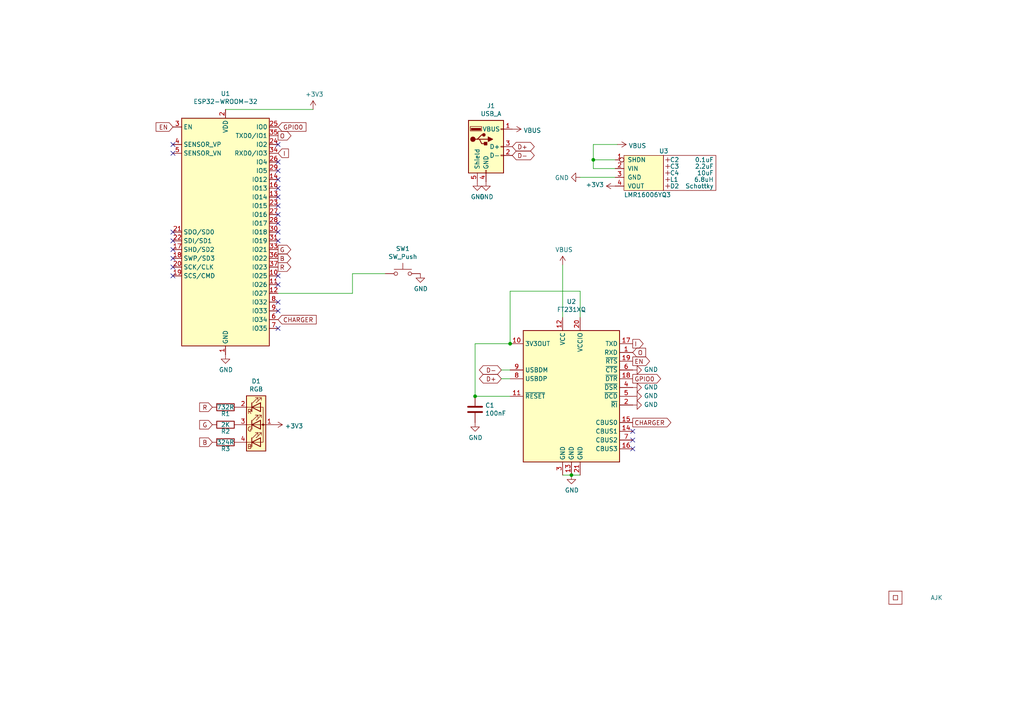
<source format=kicad_sch>
(kicad_sch (version 20211123) (generator eeschema)
  (paper "A4")
  (title_block (title "Generic ESP32 USB-A") (date "${DATE}") (rev "1") (comment 1 "@TheRealRevK") (comment 2 "www.me.uk"))
  (lib_symbols
    (symbol "Connector:USB_A" (pin_names (offset 1.016))
      (property "Reference" "J" (at -5.08 11.43 0))
      (property "Value" "USB_A" (at -5.08 8.89 0))
      (symbol "USB_A_0_1"
        (rectangle (start -5.08 -7.62) (end 5.08 7.62) (stroke (width 0.254)) (fill (type background)))
        (circle (center -3.81 2.159) (radius 0.635) (stroke (width 0.254)) (fill (type outline)))
        (rectangle (start -1.524 4.826) (end -4.318 5.334) (fill (type outline)))
        (rectangle (start -1.27 4.572) (end -4.572 5.842))
        (circle (center -0.635 3.429) (radius 0.381) (stroke (width 0.254)) (fill (type outline)))
        (rectangle (start -0.127 -7.62) (end 0.127 -6.858))
        (polyline (pts (xy -3.175 2.159) (xy -2.54 2.159) (xy -1.27 3.429) (xy -0.635 3.429)) (stroke (width 0.254)))
        (polyline (pts (xy -2.54 2.159) (xy -1.905 2.159) (xy -1.27 0.889) (xy 0 0.889)) (stroke (width 0.254)))
        (polyline (pts (xy 0.635 2.794) (xy 0.635 1.524) (xy 1.905 2.159) (xy 0.635 2.794)) (stroke (width 0.254)) (fill (type outline)))
        (rectangle (start 0.254 1.27) (end -0.508 0.508) (stroke (width 0.254)) (fill (type outline)))
        (rectangle (start 5.08 -2.667) (end 4.318 -2.413))
        (rectangle (start 5.08 -0.127) (end 4.318 0.127))
        (rectangle (start 5.08 4.953) (end 4.318 5.207))
      )
      (symbol "USB_A_1_1"
        (polyline (pts (xy -1.905 2.159) (xy 0.635 2.159)) (stroke (width 0.254)))
        (pin power_in line (at 7.62 5.08 180) (length 2.54) (name "VBUS") (number "1"))
        (pin bidirectional line (at 7.62 -2.54 180) (length 2.54) (name "D-") (number "2"))
        (pin bidirectional line (at 7.62 0 180) (length 2.54) (name "D+") (number "3"))
        (pin power_in line (at 0 -10.16 90) (length 2.54) (name "GND") (number "4"))
        (pin passive line (at -2.54 -10.16 90) (length 2.54) (name "Shield") (number "5"))
      )
    )
    (symbol "Device:C" (pin_numbers hide) (pin_names (offset 0.254))
      (property "Reference" "C" (at 0.635 2.54 0))
      (property "Value" "C" (at 0.635 -2.54 0))
      (symbol "C_0_1"
        (polyline (pts (xy -2.032 -0.762) (xy 2.032 -0.762)) (stroke (width 0.508)))
        (polyline (pts (xy -2.032 0.762) (xy 2.032 0.762)) (stroke (width 0.508)))
      )
      (symbol "C_1_1"
        (pin passive line (at 0 3.81 270) (length 2.794) (name "~") (number "1"))
        (pin passive line (at 0 -3.81 90) (length 2.794) (name "~") (number "2"))
      )
    )
    (symbol "Device:LED_ARGB" (pin_names (offset 0) hide)
      (property "Reference" "D" (at 0 9.398 0))
      (property "Value" "LED_ARGB" (at 0 -8.89 0))
      (symbol "LED_ARGB_0_0"
        (text "B" (at -1.905 -6.35 0) (effects (font (size 1.27 1.27))))
        (text "G" (at -1.905 -1.27 0) (effects (font (size 1.27 1.27))))
        (text "R" (at -1.905 3.81 0) (effects (font (size 1.27 1.27))))
      )
      (symbol "LED_ARGB_0_1"
        (polyline (pts (xy -1.27 -5.08) (xy -2.54 -5.08)))
        (polyline (pts (xy -1.27 -5.08) (xy 1.27 -5.08)))
        (polyline (pts (xy -1.27 -3.81) (xy -1.27 -6.35)) (stroke (width 0.254)))
        (polyline (pts (xy -1.27 0) (xy -2.54 0)))
        (polyline (pts (xy -1.27 1.27) (xy -1.27 -1.27)) (stroke (width 0.254)))
        (polyline (pts (xy -1.27 5.08) (xy -2.54 5.08)))
        (polyline (pts (xy -1.27 5.08) (xy 1.27 5.08)))
        (polyline (pts (xy -1.27 6.35) (xy -1.27 3.81)) (stroke (width 0.254)))
        (polyline (pts (xy 1.27 0) (xy -1.27 0)))
        (polyline (pts (xy 1.27 0) (xy 2.54 0)))
        (polyline (pts (xy -1.27 1.27) (xy -1.27 -1.27) (xy -1.27 -1.27)))
        (polyline (pts (xy -1.27 6.35) (xy -1.27 3.81) (xy -1.27 3.81)))
        (polyline (pts (xy 1.27 -5.08) (xy 2.032 -5.08) (xy 2.032 5.08) (xy 1.27 5.08)))
        (polyline (pts (xy 1.27 -3.81) (xy 1.27 -6.35) (xy -1.27 -5.08) (xy 1.27 -3.81)) (stroke (width 0.254)))
        (polyline (pts (xy 1.27 1.27) (xy 1.27 -1.27) (xy -1.27 0) (xy 1.27 1.27)) (stroke (width 0.254)))
        (polyline (pts (xy 1.27 6.35) (xy 1.27 3.81) (xy -1.27 5.08) (xy 1.27 6.35)) (stroke (width 0.254)))
        (polyline (pts (xy -1.016 -3.81) (xy 0.508 -2.286) (xy -0.254 -2.286) (xy 0.508 -2.286) (xy 0.508 -3.048)))
        (polyline (pts (xy -1.016 1.27) (xy 0.508 2.794) (xy -0.254 2.794) (xy 0.508 2.794) (xy 0.508 2.032)))
        (polyline (pts (xy -1.016 6.35) (xy 0.508 7.874) (xy -0.254 7.874) (xy 0.508 7.874) (xy 0.508 7.112)))
        (polyline (pts (xy 0 -3.81) (xy 1.524 -2.286) (xy 0.762 -2.286) (xy 1.524 -2.286) (xy 1.524 -3.048)))
        (polyline (pts (xy 0 1.27) (xy 1.524 2.794) (xy 0.762 2.794) (xy 1.524 2.794) (xy 1.524 2.032)))
        (polyline (pts (xy 0 6.35) (xy 1.524 7.874) (xy 0.762 7.874) (xy 1.524 7.874) (xy 1.524 7.112)))
        (rectangle (start 1.27 -1.27) (end 1.27 1.27))
        (rectangle (start 1.27 1.27) (end 1.27 1.27))
        (rectangle (start 1.27 3.81) (end 1.27 6.35))
        (rectangle (start 1.27 6.35) (end 1.27 6.35))
        (circle (center 2.032 0) (radius 0.254) (fill (type outline)))
        (rectangle (start 2.794 8.382) (end -2.794 -7.62) (stroke (width 0.254)) (fill (type background)))
      )
      (symbol "LED_ARGB_1_1"
        (pin passive line (at 5.08 0 180) (length 2.54) (name "A") (number "1"))
        (pin passive line (at -5.08 5.08 0) (length 2.54) (name "RK") (number "2"))
        (pin passive line (at -5.08 0 0) (length 2.54) (name "GK") (number "3"))
        (pin passive line (at -5.08 -5.08 0) (length 2.54) (name "BK") (number "4"))
      )
    )
    (symbol "Device:R" (pin_numbers hide) (pin_names (offset 0))
      (property "Reference" "R" (at 2.032 0 90))
      (property "Value" "R" (at 0 0 90))
      (symbol "R_0_1"
        (rectangle (start -1.016 -2.54) (end 1.016 2.54) (stroke (width 0.254)))
      )
      (symbol "R_1_1"
        (pin passive line (at 0 3.81 270) (length 1.27) (name "~") (number "1"))
        (pin passive line (at 0 -3.81 90) (length 1.27) (name "~") (number "2"))
      )
    )
    (symbol "Interface_USB:FT231XQ"
      (property "Reference" "U" (at -13.97 20.32 0))
      (property "Value" "FT231XQ" (at 6.35 20.32 0))
      (symbol "FT231XQ_0_1"
        (rectangle (start -13.97 19.05) (end 13.97 -19.05) (stroke (width 0.254)) (fill (type background)))
      )
      (symbol "FT231XQ_1_1"
        (pin input line (at 17.78 12.7 180) (length 3.81) (name "RXD") (number "1"))
        (pin power_out line (at -17.78 15.24 0) (length 3.81) (name "3V3OUT") (number "10"))
        (pin input line (at -17.78 0 0) (length 3.81) (name "~{RESET}") (number "11"))
        (pin power_in line (at -2.54 22.86 270) (length 3.81) (name "VCC") (number "12"))
        (pin power_in line (at 0 -22.86 90) (length 3.81) (name "GND") (number "13"))
        (pin bidirectional line (at 17.78 -10.16 180) (length 3.81) (name "CBUS1") (number "14"))
        (pin bidirectional line (at 17.78 -7.62 180) (length 3.81) (name "CBUS0") (number "15"))
        (pin bidirectional line (at 17.78 -15.24 180) (length 3.81) (name "CBUS3") (number "16"))
        (pin output line (at 17.78 15.24 180) (length 3.81) (name "TXD") (number "17"))
        (pin output line (at 17.78 5.08 180) (length 3.81) (name "~{DTR}") (number "18"))
        (pin output line (at 17.78 10.16 180) (length 3.81) (name "~{RTS}") (number "19"))
        (pin input line (at 17.78 -2.54 180) (length 3.81) (name "~{RI}") (number "2"))
        (pin power_in line (at 2.54 22.86 270) (length 3.81) (name "VCCIO") (number "20"))
        (pin power_in line (at 2.54 -22.86 90) (length 3.81) (name "GND") (number "21"))
        (pin power_in line (at -2.54 -22.86 90) (length 3.81) (name "GND") (number "3"))
        (pin input line (at 17.78 2.54 180) (length 3.81) (name "~{DSR}") (number "4"))
        (pin input line (at 17.78 0 180) (length 3.81) (name "~{DCD}") (number "5"))
        (pin input line (at 17.78 7.62 180) (length 3.81) (name "~{CTS}") (number "6"))
        (pin bidirectional line (at 17.78 -12.7 180) (length 3.81) (name "CBUS2") (number "7"))
        (pin bidirectional line (at -17.78 5.08 0) (length 3.81) (name "USBDP") (number "8"))
        (pin bidirectional line (at -17.78 7.62 0) (length 3.81) (name "USBDM") (number "9"))
      )
    )
    (symbol "RF_Module:ESP32-WROOM-32"
      (property "Reference" "U" (at -12.7 34.29 0))
      (property "Value" "ESP32-WROOM-32" (at 1.27 34.29 0))
      (symbol "ESP32-WROOM-32_0_1"
        (rectangle (start -12.7 33.02) (end 12.7 -33.02) (stroke (width 0.254)) (fill (type background)))
      )
      (symbol "ESP32-WROOM-32_1_1"
        (pin power_in line (at 0 -35.56 90) (length 2.54) (name "GND") (number "1"))
        (pin bidirectional line (at 15.24 -12.7 180) (length 2.54) (name "IO25") (number "10"))
        (pin bidirectional line (at 15.24 -15.24 180) (length 2.54) (name "IO26") (number "11"))
        (pin bidirectional line (at 15.24 -17.78 180) (length 2.54) (name "IO27") (number "12"))
        (pin bidirectional line (at 15.24 10.16 180) (length 2.54) (name "IO14") (number "13"))
        (pin bidirectional line (at 15.24 15.24 180) (length 2.54) (name "IO12") (number "14"))
        (pin passive line (at 0 -35.56 90) (length 2.54) hide (name "GND") (number "15"))
        (pin bidirectional line (at 15.24 12.7 180) (length 2.54) (name "IO13") (number "16"))
        (pin bidirectional line (at -15.24 -5.08 0) (length 2.54) (name "SHD/SD2") (number "17"))
        (pin bidirectional line (at -15.24 -7.62 0) (length 2.54) (name "SWP/SD3") (number "18"))
        (pin bidirectional line (at -15.24 -12.7 0) (length 2.54) (name "SCS/CMD") (number "19"))
        (pin power_in line (at 0 35.56 270) (length 2.54) (name "VDD") (number "2"))
        (pin bidirectional line (at -15.24 -10.16 0) (length 2.54) (name "SCK/CLK") (number "20"))
        (pin bidirectional line (at -15.24 0 0) (length 2.54) (name "SDO/SD0") (number "21"))
        (pin bidirectional line (at -15.24 -2.54 0) (length 2.54) (name "SDI/SD1") (number "22"))
        (pin bidirectional line (at 15.24 7.62 180) (length 2.54) (name "IO15") (number "23"))
        (pin bidirectional line (at 15.24 25.4 180) (length 2.54) (name "IO2") (number "24"))
        (pin bidirectional line (at 15.24 30.48 180) (length 2.54) (name "IO0") (number "25"))
        (pin bidirectional line (at 15.24 20.32 180) (length 2.54) (name "IO4") (number "26"))
        (pin bidirectional line (at 15.24 5.08 180) (length 2.54) (name "IO16") (number "27"))
        (pin bidirectional line (at 15.24 2.54 180) (length 2.54) (name "IO17") (number "28"))
        (pin bidirectional line (at 15.24 17.78 180) (length 2.54) (name "IO5") (number "29"))
        (pin input line (at -15.24 30.48 0) (length 2.54) (name "EN") (number "3"))
        (pin bidirectional line (at 15.24 0 180) (length 2.54) (name "IO18") (number "30"))
        (pin bidirectional line (at 15.24 -2.54 180) (length 2.54) (name "IO19") (number "31"))
        (pin no_connect line (at -12.7 -27.94 0) (length 2.54) hide (name "NC") (number "32"))
        (pin bidirectional line (at 15.24 -5.08 180) (length 2.54) (name "IO21") (number "33"))
        (pin bidirectional line (at 15.24 22.86 180) (length 2.54) (name "RXD0/IO3") (number "34"))
        (pin bidirectional line (at 15.24 27.94 180) (length 2.54) (name "TXD0/IO1") (number "35"))
        (pin bidirectional line (at 15.24 -7.62 180) (length 2.54) (name "IO22") (number "36"))
        (pin bidirectional line (at 15.24 -10.16 180) (length 2.54) (name "IO23") (number "37"))
        (pin passive line (at 0 -35.56 90) (length 2.54) hide (name "GND") (number "38"))
        (pin passive line (at 0 -35.56 90) (length 2.54) hide (name "GND") (number "39"))
        (pin input line (at -15.24 25.4 0) (length 2.54) (name "SENSOR_VP") (number "4"))
        (pin input line (at -15.24 22.86 0) (length 2.54) (name "SENSOR_VN") (number "5"))
        (pin input line (at 15.24 -25.4 180) (length 2.54) (name "IO34") (number "6"))
        (pin input line (at 15.24 -27.94 180) (length 2.54) (name "IO35") (number "7"))
        (pin bidirectional line (at 15.24 -20.32 180) (length 2.54) (name "IO32") (number "8"))
        (pin bidirectional line (at 15.24 -22.86 180) (length 2.54) (name "IO33") (number "9"))
      )
    )
    (symbol "RevK:AJK" (pin_names (offset 1.016))
      (property "Value" "AJK" (at 0 0 0))
    )
    (symbol "RevK:Hidden" (pin_names (offset 1.016))
      (property "Reference" "Z" (at 0.635 0 0))
      (property "Value" "Hidden" (at 4.445 0 0))
      (symbol "Hidden_0_1"
        (polyline (pts (xy -0.635 0) (xy 0.635 0)) (stroke (width 0.1524)))
        (polyline (pts (xy 0 0.635) (xy 0 -0.635)) (stroke (width 0.1524)))
      )
      (symbol "Hidden_1_1"
        (pin no_connect non_logic (at 0 -2.54 90) (length 2.54) hide (name "~") (number "~"))
      )
    )
    (symbol "RevK:LMR16006YQ3" (pin_names (offset 1.016))
      (property "Reference" "U" (at 11.43 2.54 0))
      (property "Value" "LMR16006YQ3" (at 6.985 -10.16 0))
      (symbol "LMR16006YQ3_0_1"
        (rectangle (start 2.54 1.27) (end 13.97 -8.89) (fill (type background)))
        (rectangle (start 13.97 1.27) (end 29.21 -8.89))
      )
      (symbol "LMR16006YQ3_1_1"
        (pin input inverted (at 0 0 0) (length 2.54) (name "SHDN") (number "1"))
        (pin power_in line (at 0 -2.54 0) (length 2.54) (name "VIN") (number "2"))
        (pin power_in line (at 0 -5.08 0) (length 2.54) (name "GND") (number "3"))
        (pin power_out line (at 0 -7.62 0) (length 2.54) (name "VOUT") (number "4"))
      )
    )
    (symbol "RevK:QR" (pin_names (offset 1.016))
      (symbol "QR_0_1"
        (rectangle (start -1.905 -1.905) (end -1.905 1.905))
        (rectangle (start -1.905 1.905) (end 1.905 1.905))
        (rectangle (start -0.635 -0.635) (end -0.635 0.635))
        (rectangle (start -0.635 0.635) (end 0.635 0.635))
        (rectangle (start 0.635 -0.635) (end -0.635 -0.635))
        (rectangle (start 0.635 0.635) (end 0.635 -0.635))
        (rectangle (start 1.905 -1.905) (end -1.905 -1.905))
        (rectangle (start 1.905 1.905) (end 1.905 -1.905))
      )
    )
    (symbol "Switch:SW_Push" (pin_numbers hide) (pin_names (offset 1.016) hide)
      (property "Reference" "SW" (at 1.27 2.54 0))
      (property "Value" "SW_Push" (at 0 -1.524 0))
      (symbol "SW_Push_0_1"
        (circle (center -2.032 0) (radius 0.508))
        (polyline (pts (xy 0 1.27) (xy 0 3.048)))
        (polyline (pts (xy 2.54 1.27) (xy -2.54 1.27)))
        (circle (center 2.032 0) (radius 0.508))
        (pin passive line (at -5.08 0 0) (length 2.54) (name "1") (number "1"))
        (pin passive line (at 5.08 0 180) (length 2.54) (name "2") (number "2"))
      )
    )
    (symbol "power:+3.3V" (power) (pin_names (offset 0))
      (property "Value" "+3.3V" (at 0 3.556 0))
      (symbol "+3.3V_0_1"
        (polyline (pts (xy -0.762 1.27) (xy 0 2.54)))
        (polyline (pts (xy 0 0) (xy 0 2.54)))
        (polyline (pts (xy 0 2.54) (xy 0.762 1.27)))
      )
      (symbol "+3.3V_1_1"
        (pin power_in line (at 0 0 90) (length 0) hide (name "+3V3") (number "1"))
      )
    )
    (symbol "power:GND" (power) (pin_names (offset 0))
      (property "Value" "GND" (at 0 -3.81 0))
      (symbol "GND_0_1"
        (polyline (pts (xy 0 0) (xy 0 -1.27) (xy 1.27 -1.27) (xy 0 -2.54) (xy -1.27 -1.27) (xy 0 -1.27)))
      )
      (symbol "GND_1_1"
        (pin power_in line (at 0 0 270) (length 0) hide (name "GND") (number "1"))
      )
    )
    (symbol "power:VBUS" (power) (pin_names (offset 0))
      (property "Value" "VBUS" (at 0 3.81 0))
      (symbol "VBUS_0_1"
        (polyline (pts (xy -0.762 1.27) (xy 0 2.54)))
        (polyline (pts (xy 0 0) (xy 0 2.54)))
        (polyline (pts (xy 0 2.54) (xy 0.762 1.27)))
      )
      (symbol "VBUS_1_1"
        (pin power_in line (at 0 0 90) (length 0) hide (name "VBUS") (number "1"))
      )
    )
  )
  (junction (at 165.735 137.795))
  (junction (at 137.795 114.935))
  (junction (at 147.955 99.695))
  (junction (at 172.085 46.355))
  (no_connect (at 80.645 90.17))
  (no_connect (at 80.645 49.53))
  (no_connect (at 50.165 69.85))
  (no_connect (at 80.645 52.07))
  (no_connect (at 80.645 59.69))
  (no_connect (at 50.165 44.45))
  (no_connect (at 80.645 64.77))
  (no_connect (at 50.165 72.39))
  (no_connect (at 80.645 54.61))
  (no_connect (at 183.515 125.095))
  (no_connect (at 80.645 69.85))
  (no_connect (at 50.165 80.01))
  (no_connect (at 50.165 77.47))
  (no_connect (at 80.645 46.99))
  (no_connect (at 50.165 41.91))
  (no_connect (at 80.645 80.01))
  (no_connect (at 50.165 74.93))
  (no_connect (at 50.165 67.31))
  (no_connect (at 80.645 62.23))
  (no_connect (at 183.515 130.175))
  (no_connect (at 80.645 67.31))
  (no_connect (at 80.645 82.55))
  (no_connect (at 80.645 57.15))
  (no_connect (at 80.645 87.63))
  (no_connect (at 183.515 127.635))
  (no_connect (at 80.645 41.91))
  (no_connect (at 80.645 95.25))
  (wire (pts (xy 80.645 85.09) (xy 102.235 85.09)))
  (wire (pts (xy 145.415 109.855) (xy 147.955 109.855)))
  (wire (pts (xy 163.195 137.795) (xy 165.735 137.795)))
  (wire (pts (xy 165.735 137.795) (xy 168.275 137.795)))
  (wire (pts (xy 147.955 107.315) (xy 145.415 107.315)))
  (wire (pts (xy 65.405 31.75) (xy 90.805 31.75)))
  (wire (pts (xy 168.275 92.075) (xy 168.275 84.455)))
  (wire (pts (xy 172.085 46.355) (xy 178.435 46.355)))
  (wire (pts (xy 137.795 99.695) (xy 147.955 99.695)))
  (wire (pts (xy 172.085 41.91) (xy 172.085 46.355)))
  (wire (pts (xy 147.955 99.695) (xy 147.955 84.455)))
  (wire (pts (xy 137.795 114.935) (xy 147.955 114.935)))
  (wire (pts (xy 102.235 79.375) (xy 111.76 79.375)))
  (wire (pts (xy 172.085 41.91) (xy 179.07 41.91)))
  (wire (pts (xy 172.085 48.895) (xy 178.435 48.895)))
  (wire (pts (xy 102.235 85.09) (xy 102.235 79.375)))
  (wire (pts (xy 163.195 76.835) (xy 163.195 92.075)))
  (wire (pts (xy 147.955 84.455) (xy 168.275 84.455)))
  (wire (pts (xy 172.085 46.355) (xy 172.085 48.895)))
  (wire (pts (xy 137.795 114.935) (xy 137.795 99.695)))
  (wire (pts (xy 168.275 51.435) (xy 178.435 51.435)))
  (global_label "R" (shape input) (at 61.595 118.11 180) (property "Intersheet References" "${INTERSHEET_REFS}" (effects hide)))
  (global_label "G" (shape output) (at 80.645 72.39 0) (property "Intersheet References" "${INTERSHEET_REFS}" (effects hide)))
  (global_label "I" (shape output) (at 183.515 99.695 0) (property "Intersheet References" "${INTERSHEET_REFS}" (effects hide)))
  (global_label "D+" (shape bidirectional) (at 148.59 42.545 0) (property "Intersheet References" "${INTERSHEET_REFS}" (effects hide)))
  (global_label "EN" (shape input) (at 50.165 36.83 180) (property "Intersheet References" "${INTERSHEET_REFS}" (effects hide)))
  (global_label "R" (shape output) (at 80.645 77.47 0) (property "Intersheet References" "${INTERSHEET_REFS}" (effects hide)))
  (global_label "GPIO0" (shape output) (at 183.515 109.855 0) (property "Intersheet References" "${INTERSHEET_REFS}" (effects hide)))
  (global_label "CHARGER" (shape input) (at 80.645 92.71 0) (property "Intersheet References" "${INTERSHEET_REFS}" (effects hide)))
  (global_label "CHARGER" (shape output) (at 183.515 122.555 0) (property "Intersheet References" "${INTERSHEET_REFS}" (effects hide)))
  (global_label "EN" (shape output) (at 183.515 104.775 0) (property "Intersheet References" "${INTERSHEET_REFS}" (effects hide)))
  (global_label "D+" (shape bidirectional) (at 145.415 109.855 180) (property "Intersheet References" "${INTERSHEET_REFS}" (effects hide)))
  (global_label "G" (shape input) (at 61.595 123.19 180) (property "Intersheet References" "${INTERSHEET_REFS}" (effects hide)))
  (global_label "O" (shape output) (at 80.645 39.37 0) (property "Intersheet References" "${INTERSHEET_REFS}" (effects hide)))
  (global_label "GPIO0" (shape input) (at 80.645 36.83 0) (property "Intersheet References" "${INTERSHEET_REFS}" (effects hide)))
  (global_label "D-" (shape bidirectional) (at 145.415 107.315 180) (property "Intersheet References" "${INTERSHEET_REFS}" (effects hide)))
  (global_label "B" (shape input) (at 61.595 128.27 180) (property "Intersheet References" "${INTERSHEET_REFS}" (effects hide)))
  (global_label "D-" (shape bidirectional) (at 148.59 45.085 0) (property "Intersheet References" "${INTERSHEET_REFS}" (effects hide)))
  (global_label "B" (shape output) (at 80.645 74.93 0) (property "Intersheet References" "${INTERSHEET_REFS}" (effects hide)))
  (global_label "O" (shape input) (at 183.515 102.235 0) (property "Intersheet References" "${INTERSHEET_REFS}" (effects hide)))
  (global_label "I" (shape input) (at 80.645 44.45 0) (property "Intersheet References" "${INTERSHEET_REFS}" (effects hide)))
  (symbol (lib_id "RF_Module:ESP32-WROOM-32") (at 65.405 67.31 0) (unit 1)
    (property "Reference" "U1" (at 65.405 27.1526 0))
    (property "Value" "ESP32-WROOM-32" (at 65.405 29.464 0))
    (property "Footprint" "RF_Module:ESP32-WROOM-32" (effects hide))
    (property "Datasheet" "https://www.espressif.com/sites/default/files/documentation/esp32-wroom-32_datasheet_en.pdf" (effects hide))
    (property "Manufacturer" "Espressif" (effects hide))
    (property "Part No" "ESP32-WROOM-32" (effects hide))
    (property "Notes" "Can be -32D, -32E, etc, must have built in antenna. Select models with 16MB (128Mb) flash fitted" (effects hide))
  )
  (symbol (lib_id "power:+3.3V") (at 90.805 31.75 0) (unit 1)
    (property "Reference" "#PWR03" (effects hide))
    (property "Value" "+3.3V" (at 91.186 27.3558 0))
  )
  (symbol (lib_id "Interface_USB:FT231XQ") (at 165.735 114.935 0) (unit 1)
    (property "Reference" "U2" (at 165.735 87.4776 0))
    (property "Value" "FT231XQ" (at 165.735 89.789 0))
    (property "Footprint" "RevK:QFN-20-1EP_4x4mm_P0.5mm_EP2.5x2.5mm" (effects hide))
    (property "Datasheet" "https://www.ftdichip.com/Support/Documents/DataSheets/ICs/DS_FT231X.pdf" (effects hide))
    (property "Manufacturer" "FTDI" (effects hide))
    (property "Part No" "FT231XQ" (effects hide))
  )
  (symbol (lib_id "power:GND") (at 183.515 107.315 90) (unit 1)
    (property "Reference" "#PWR014" (effects hide))
    (property "Value" "GND" (at 186.7662 107.188 90) (effects (justify right)))
  )
  (symbol (lib_id "power:GND") (at 183.515 112.395 90) (unit 1)
    (property "Reference" "#PWR015" (effects hide))
    (property "Value" "GND" (at 186.7662 112.268 90) (effects (justify right)))
  )
  (symbol (lib_id "power:GND") (at 183.515 114.935 90) (unit 1)
    (property "Reference" "#PWR016" (effects hide))
    (property "Value" "GND" (at 186.7662 114.808 90) (effects (justify right)))
  )
  (symbol (lib_id "power:GND") (at 183.515 117.475 90) (unit 1)
    (property "Reference" "#PWR017" (effects hide))
    (property "Value" "GND" (at 186.7662 117.348 90) (effects (justify right)))
  )
  (symbol (lib_id "power:GND") (at 165.735 137.795 0) (unit 1)
    (property "Reference" "#PWR010" (effects hide))
    (property "Value" "GND" (at 165.862 142.1892 0))
  )
  (symbol (lib_id "power:GND") (at 168.275 51.435 270) (unit 1)
    (property "Reference" "#PWR011" (effects hide))
    (property "Value" "GND" (at 165.0238 51.562 90) (effects (justify right)))
  )
  (symbol (lib_id "power:+3.3V") (at 178.435 53.975 90) (unit 1)
    (property "Reference" "#PWR012" (effects hide))
    (property "Value" "+3.3V" (at 175.1838 53.594 90) (effects (justify left)))
  )
  (symbol (lib_id "power:GND") (at 65.405 102.87 0) (unit 1)
    (property "Reference" "#PWR01" (effects hide))
    (property "Value" "GND" (at 65.532 107.2642 0))
  )
  (symbol (lib_id "Device:C") (at 137.795 118.745 0) (unit 1)
    (property "Reference" "C1" (at 140.716 117.5766 0) (effects (justify left)))
    (property "Value" "100nF" (at 140.716 119.888 0) (effects (justify left)))
    (property "Footprint" "RevK:C_0603" (effects hide))
  )
  (symbol (lib_id "power:GND") (at 137.795 122.555 0) (unit 1)
    (property "Reference" "#PWR05" (effects hide))
    (property "Value" "GND" (at 137.922 126.9492 0))
  )
  (symbol (lib_id "power:VBUS") (at 163.195 76.835 0) (unit 1)
    (property "Reference" "#PWR09" (effects hide))
    (property "Value" "VBUS" (at 163.576 72.4408 0))
  )
  (symbol (lib_id "Device:R") (at 65.405 128.27 270) (unit 1)
    (property "Reference" "R3" (at 65.405 130.175 90))
    (property "Value" "324R" (at 65.405 128.27 90))
    (property "Footprint" "RevK:R_0603" (effects hide))
  )
  (symbol (lib_id "power:+3.3V") (at 79.375 123.19 270) (unit 1)
    (property "Reference" "#PWR02" (effects hide))
    (property "Value" "+3.3V" (at 82.6262 123.571 90) (effects (justify left)))
  )
  (symbol (lib_id "Device:LED_ARGB") (at 74.295 123.19 0) (unit 1)
    (property "Reference" "D1" (at 74.295 110.5662 0))
    (property "Value" "RGB" (at 74.295 112.8776 0))
    (property "Footprint" "RevK:LED-RGB-1.6x1.6" (effects hide))
    (property "Manufacturer" "Kingbright" (effects hide))
    (property "Part No" "APTF1616LSEEZGKQBKC" (effects hide))
  )
  (symbol (lib_id "Device:R") (at 65.405 118.11 270) (unit 1)
    (property "Reference" "R1" (at 65.405 120.015 90))
    (property "Value" "732R" (at 65.405 118.11 90))
    (property "Footprint" "RevK:R_0603" (effects hide))
  )
  (symbol (lib_id "Device:R") (at 65.405 123.19 270) (unit 1)
    (property "Reference" "R2" (at 65.405 125.095 90))
    (property "Value" "2K" (at 65.405 123.19 90))
    (property "Footprint" "RevK:R_0603" (effects hide))
  )
  (symbol (lib_id "RevK:LMR16006YQ3") (at 178.435 46.355 0) (unit 1)
    (property "Reference" "U3" (at 191.135 43.815 0) (effects (justify left)))
    (property "Value" "LMR16006YQ3" (at 180.975 56.515 0) (effects (justify left)))
    (property "Footprint" "RevK:RegulatorBlock" (effects hide))
    (property "Datasheet" "https://www.ti.com/lit/ds/symlink/lmr16006y-q1.pdf" (effects hide))
    (property "Manufacturer" "TI" (effects hide))
    (property "Part No" "LMR16006YQ3" (effects hide))
  )
  (symbol (lib_id "RevK:Hidden") (at 193.675 46.355 0) (unit 1)
    (property "Reference" "C2" (at 194.31 46.355 0) (effects (justify left)))
    (property "Value" "0.1uF" (at 207.01 46.355 0) (effects (justify right)))
    (property "Footprint" "RevK:Hidden" (effects hide))
    (property "Note" "X7R or X5R 0603" (effects hide))
  )
  (symbol (lib_id "RevK:Hidden") (at 193.675 48.26 0) (unit 1)
    (property "Reference" "C3" (at 194.31 48.26 0) (effects (justify left)))
    (property "Value" "2.2uF" (at 207.01 48.26 0) (effects (justify right)))
    (property "Footprint" "RevK:Hidden" (effects hide))
    (property "Note" "0603 or 0805" (effects hide))
  )
  (symbol (lib_id "RevK:Hidden") (at 193.675 50.165 0) (unit 1)
    (property "Reference" "C4" (at 194.31 50.165 0) (effects (justify left)))
    (property "Value" "10uF" (at 207.01 50.165 0) (effects (justify right)))
    (property "Footprint" "RevK:Hidden" (effects hide))
    (property "Note" "0603 or 0805" (effects hide))
  )
  (symbol (lib_id "RevK:Hidden") (at 193.675 52.07 0) (unit 1)
    (property "Reference" "L1" (at 194.31 52.07 0) (effects (justify left)))
    (property "Value" "6.8uH" (at 207.01 52.07 0) (effects (justify right)))
    (property "Footprint" "RevK:Hidden" (effects hide))
    (property "Datasheet" "https://www.mouser.co.uk/datasheet/2/987/Laird_Performance_TYA4020_series__Rev_A_-1877538.pdf" (effects hide))
    (property "Manufacturer" "Laird" (effects hide))
    (property "Part No" "TYA4020" (effects hide))
  )
  (symbol (lib_id "RevK:Hidden") (at 193.675 53.975 0) (unit 1)
    (property "Reference" "D2" (at 194.31 53.975 0) (effects (justify left)))
    (property "Value" "Schottky" (at 207.01 53.975 0) (effects (justify right)))
    (property "Footprint" "RevK:Hidden" (effects hide))
    (property "Datasheet" "https://www.mouser.co.uk/datasheet/2/54/CD1206-B220_B2100-777245.pdf" (effects hide))
    (property "Manufacturer" "Bourns" (effects hide))
    (property "Part No" "CD1206-B2100" (effects hide))
  )
  (symbol (lib_id "Connector:USB_A") (at 140.97 42.545 0) (unit 1)
    (property "Reference" "J1" (at 142.4178 30.6832 0))
    (property "Value" "USB_A" (at 142.4178 32.9946 0))
    (property "Footprint" "RevK:USB-A-PCB" (effects hide))
    (property "Datasheet" " ~" (effects hide))
  )
  (symbol (lib_id "power:GND") (at 138.43 52.705 0) (unit 1)
    (property "Reference" "#PWR06" (effects hide))
    (property "Value" "GND" (at 138.557 57.0992 0))
  )
  (symbol (lib_id "power:GND") (at 140.97 52.705 0) (unit 1)
    (property "Reference" "#PWR07" (effects hide))
    (property "Value" "GND" (at 141.097 57.0992 0))
  )
  (symbol (lib_id "power:VBUS") (at 179.07 41.91 270) (unit 1)
    (property "Reference" "#PWR013" (effects hide))
    (property "Value" "VBUS" (at 182.3212 42.291 90) (effects (justify left)))
  )
  (symbol (lib_id "power:VBUS") (at 148.59 37.465 270) (unit 1)
    (property "Reference" "#PWR08" (effects hide))
    (property "Value" "VBUS" (at 151.8412 37.846 90) (effects (justify left)))
  )
  (symbol (lib_id "RevK:AJK") (at 269.24 173.355 0) (unit 1)
    (property "Reference" "Logo1" (effects hide))
    (property "Value" "AJK" (at 269.875 173.355 0) (effects (justify left)))
    (property "Footprint" "RevK:AJK" (effects hide))
  )
  (symbol (lib_id "RevK:QR") (at 259.715 173.355 0) (unit 1)
    (property "Reference" "U4" (effects hide))
    (property "Value" "QR" (effects hide))
    (property "Footprint" "RevK:QR-HA" (effects hide))
  )
  (symbol (lib_id "Switch:SW_Push") (at 116.84 79.375 0) (unit 1)
    (property "Reference" "SW1" (at 116.84 72.136 0))
    (property "Value" "SW_Push" (at 116.84 74.4474 0))
    (property "Footprint" "RevK:SW_PUSH_6mm_SMD" (effects hide))
  )
  (symbol (lib_id "power:GND") (at 121.92 79.375 0) (unit 1)
    (property "Reference" "#PWR04" (effects hide))
    (property "Value" "GND" (at 122.047 83.7692 0))
  )
)
</source>
